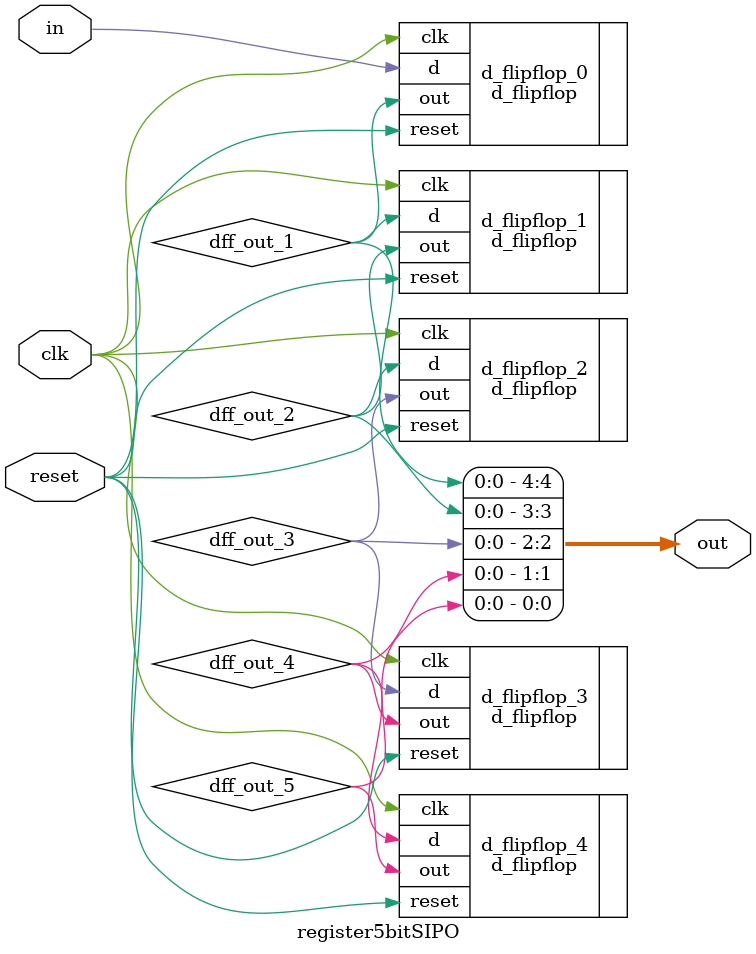
<source format=v>
module register5bitSIPO (
    input in , clk , reset ,
    output [4:0] out
);
    
    d_flipflop d_flipflop_0 (
        .d(in) ,
        .clk(clk) ,
        .reset(reset) ,
        .out(dff_out_1)
    );

    and and1(out[4] , dff_out_1);

    d_flipflop d_flipflop_1 (
        .d(dff_out_1) ,
        .clk(clk) ,
        .reset(reset) ,
        .out(dff_out_2)
    );

    and and2(out[3] , dff_out_2);

    d_flipflop d_flipflop_2 (
        .d(dff_out_2) ,
        .clk(clk) ,
        .reset(reset) ,
        .out(dff_out_3)
    );

    and and3(out[2] , dff_out_3);

    d_flipflop d_flipflop_3 (
        .d(dff_out_3) ,
        .clk(clk) ,
        .reset(reset) ,
        .out(dff_out_4)
    );

    and and4(out[1] , dff_out_4);

    d_flipflop d_flipflop_4 (
        .d(dff_out_4) ,
        .clk(clk) ,
        .reset(reset) ,
        .out(dff_out_5)
    );

    and and5(out[0] , dff_out_5);

endmodule
</source>
